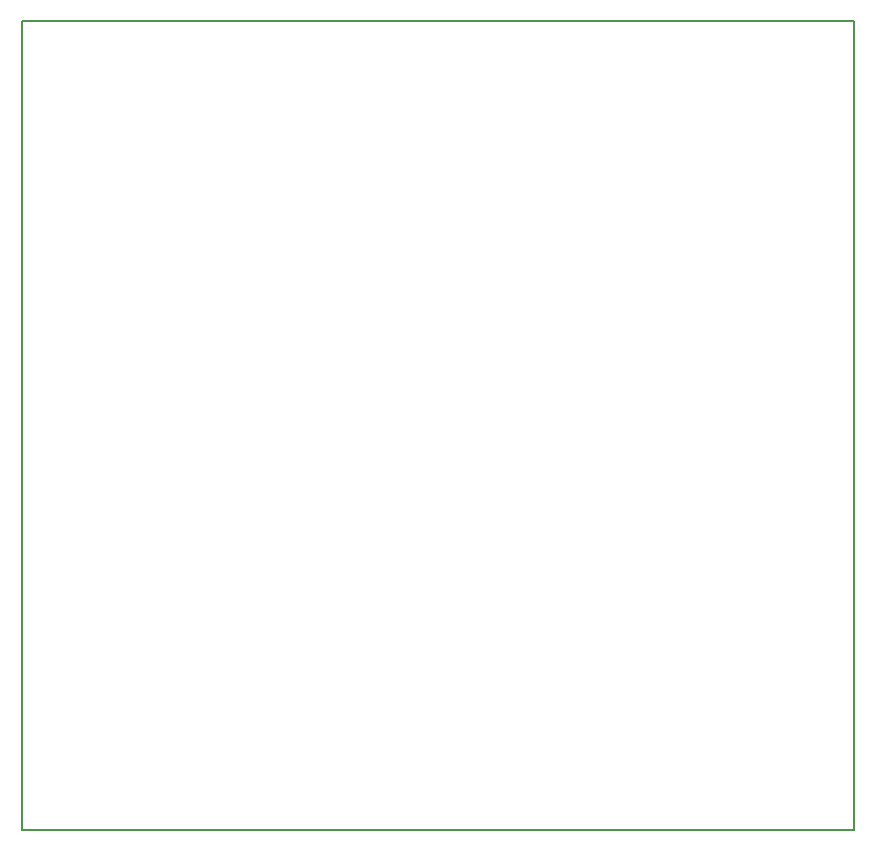
<source format=gm1>
G04*
G04 #@! TF.GenerationSoftware,Altium Limited,Altium Designer,18.1.9 (240)*
G04*
G04 Layer_Color=16711935*
%FSLAX25Y25*%
%MOIN*%
G70*
G01*
G75*
%ADD14C,0.00600*%
D14*
X262500Y424000D02*
X264000D01*
X540000D01*
Y154500D02*
Y424000D01*
X537500Y154500D02*
X540000D01*
X262500D02*
X537500D01*
X262500D02*
Y424000D01*
M02*

</source>
